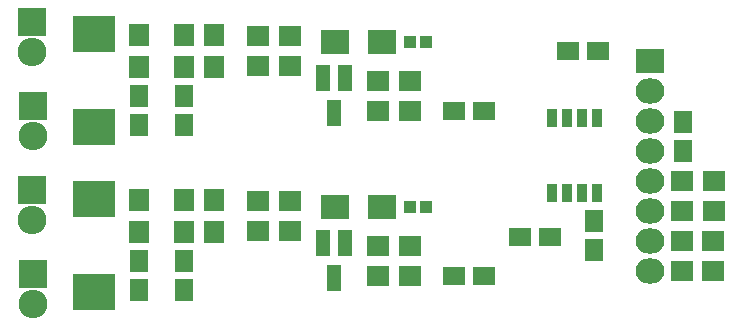
<source format=gts>
G04 #@! TF.FileFunction,Soldermask,Top*
%FSLAX46Y46*%
G04 Gerber Fmt 4.6, Leading zero omitted, Abs format (unit mm)*
G04 Created by KiCad (PCBNEW 4.0.7) date Sat Jan  5 20:39:28 2019*
%MOMM*%
%LPD*%
G01*
G04 APERTURE LIST*
%ADD10C,0.100000*%
%ADD11R,2.432000X2.127200*%
%ADD12O,2.432000X2.127200*%
%ADD13R,1.650000X1.900000*%
%ADD14R,1.900000X1.650000*%
%ADD15R,2.400000X2.000000*%
%ADD16R,1.200100X2.200860*%
%ADD17R,1.000000X1.100000*%
%ADD18R,2.432000X2.432000*%
%ADD19O,2.432000X2.432000*%
%ADD20R,1.700000X1.900000*%
%ADD21R,1.900000X1.700000*%
%ADD22R,3.600000X3.100000*%
%ADD23R,0.908000X1.543000*%
G04 APERTURE END LIST*
D10*
D11*
X78499000Y-28015000D03*
D12*
X78499000Y-30555000D03*
X78499000Y-33095000D03*
X78499000Y-35635000D03*
X78499000Y-38175000D03*
X78499000Y-40715000D03*
X78499000Y-43255000D03*
X78499000Y-45795000D03*
D13*
X35235000Y-30935000D03*
X35235000Y-33435000D03*
X39045000Y-30935000D03*
X39045000Y-33435000D03*
D14*
X61925000Y-32185000D03*
X64425000Y-32185000D03*
X74077000Y-27105000D03*
X71577000Y-27105000D03*
D15*
X51777000Y-26343000D03*
X55777000Y-26343000D03*
D13*
X73750000Y-41500000D03*
X73750000Y-44000000D03*
X81293000Y-35615000D03*
X81293000Y-33115000D03*
X35235000Y-44905000D03*
X35235000Y-47405000D03*
X39045000Y-44905000D03*
X39045000Y-47405000D03*
D14*
X61925000Y-46155000D03*
X64425000Y-46155000D03*
X70013000Y-42853000D03*
X67513000Y-42853000D03*
D15*
X51777000Y-40313000D03*
X55777000Y-40313000D03*
D16*
X52695000Y-29413860D03*
X50795000Y-29413860D03*
X51745000Y-32416140D03*
D17*
X59557000Y-26343000D03*
X58157000Y-26343000D03*
D16*
X52695000Y-43383860D03*
X50795000Y-43383860D03*
X51745000Y-46386140D03*
D17*
X59557000Y-40313000D03*
X58157000Y-40313000D03*
D18*
X26162000Y-24638000D03*
D19*
X26162000Y-27178000D03*
D18*
X26162000Y-38862000D03*
D19*
X26162000Y-41402000D03*
D18*
X26250000Y-46000000D03*
D19*
X26250000Y-48540000D03*
D18*
X26250000Y-31750000D03*
D19*
X26250000Y-34290000D03*
D20*
X41585000Y-28455000D03*
X41585000Y-25755000D03*
D21*
X45315000Y-25835000D03*
X48015000Y-25835000D03*
X83913000Y-38175000D03*
X81213000Y-38175000D03*
D20*
X35235000Y-28455000D03*
X35235000Y-25755000D03*
D21*
X45315000Y-28375000D03*
X48015000Y-28375000D03*
X58175000Y-32185000D03*
X55475000Y-32185000D03*
D20*
X39045000Y-28455000D03*
X39045000Y-25755000D03*
D22*
X31425000Y-25695000D03*
X31425000Y-33595000D03*
D21*
X58175000Y-29645000D03*
X55475000Y-29645000D03*
D20*
X39045000Y-42425000D03*
X39045000Y-39725000D03*
D21*
X45315000Y-39805000D03*
X48015000Y-39805000D03*
X83913000Y-40715000D03*
X81213000Y-40715000D03*
D20*
X35235000Y-42425000D03*
X35235000Y-39725000D03*
D21*
X45315000Y-42345000D03*
X48015000Y-42345000D03*
X58175000Y-46155000D03*
X55475000Y-46155000D03*
D20*
X41585000Y-42425000D03*
X41585000Y-39725000D03*
D22*
X31425000Y-39665000D03*
X31425000Y-47565000D03*
D21*
X58175000Y-43615000D03*
X55475000Y-43615000D03*
X83850000Y-45750000D03*
X81150000Y-45750000D03*
X83850000Y-43250000D03*
X81150000Y-43250000D03*
D23*
X73970000Y-39170000D03*
X72700000Y-39170000D03*
X71430000Y-39170000D03*
X70160000Y-39170000D03*
X70160000Y-32820000D03*
X71430000Y-32820000D03*
X72700000Y-32820000D03*
X73970000Y-32820000D03*
M02*

</source>
